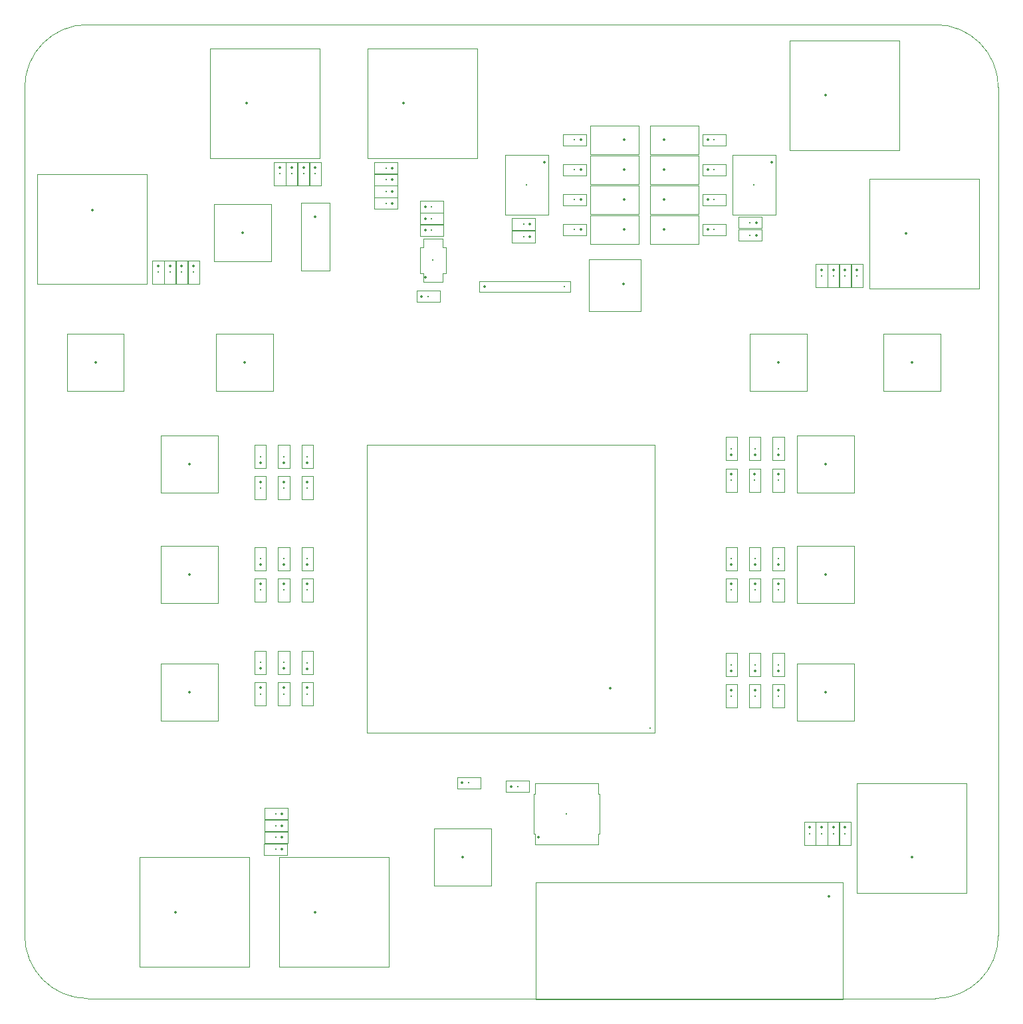
<source format=gbr>
%TF.GenerationSoftware,KiCad,Pcbnew,8.0.5*%
%TF.CreationDate,2024-11-19T12:56:19-05:00*%
%TF.ProjectId,huxley-rounded,6875786c-6579-42d7-926f-756e6465642e,rev?*%
%TF.SameCoordinates,Original*%
%TF.FileFunction,Component,L1,Top*%
%TF.FilePolarity,Positive*%
%FSLAX46Y46*%
G04 Gerber Fmt 4.6, Leading zero omitted, Abs format (unit mm)*
G04 Created by KiCad (PCBNEW 8.0.5) date 2024-11-19 12:56:19*
%MOMM*%
%LPD*%
G01*
G04 APERTURE LIST*
%TA.AperFunction,ComponentMain*%
%ADD10C,0.300000*%
%TD*%
%TA.AperFunction,ComponentOutline,Courtyard*%
%ADD11C,0.100000*%
%TD*%
%TA.AperFunction,ComponentPin*%
%ADD12P,0.360000X4X0.000000*%
%TD*%
%TA.AperFunction,ComponentPin*%
%ADD13C,0.100000*%
%TD*%
%TA.AperFunction,ComponentOutline,Footprint*%
%ADD14C,0.100000*%
%TD*%
%TA.AperFunction,Profile*%
%ADD15C,0.100000*%
%TD*%
G04 APERTURE END LIST*
D10*
%TO.C,R12*%
%TO.CFtp,R_0603_1608Metric_Vishay_WBT*%
%TO.CVal,50*%
%TO.CLbN,0_726_footprints*%
%TO.CMnt,SMD*%
%TO.CRot,-90*%
X73000000Y-130225000D03*
D11*
X73729999Y-128745001D02*
X73729999Y-131704999D01*
X72270001Y-131704999D01*
X72270001Y-128745001D01*
X73729999Y-128745001D01*
D12*
%TO.P,R12,1*%
X73000000Y-129450300D03*
D13*
%TO.P,R12,2*%
X73000000Y-130999700D03*
%TD*%
D10*
%TO.C,R11*%
%TO.CFtp,R_0603_1608Metric_Vishay_WBT*%
%TO.CVal,50*%
%TO.CLbN,0_726_footprints*%
%TO.CMnt,SMD*%
%TO.CRot,90*%
X73000000Y-113000000D03*
D11*
X73729999Y-111520001D02*
X73729999Y-114479999D01*
X72270001Y-114479999D01*
X72270001Y-111520001D01*
X73729999Y-111520001D01*
D12*
%TO.P,R11,1*%
X73000000Y-113774700D03*
D13*
%TO.P,R11,2*%
X73000000Y-112225300D03*
%TD*%
D10*
%TO.C,R10*%
%TO.CFtp,R_0603_1608Metric_Vishay_WBT*%
%TO.CVal,50*%
%TO.CLbN,0_726_footprints*%
%TO.CMnt,SMD*%
%TO.CRot,90*%
X73000000Y-126225000D03*
D11*
X73729999Y-124745001D02*
X73729999Y-127704999D01*
X72270001Y-127704999D01*
X72270001Y-124745001D01*
X73729999Y-124745001D01*
D12*
%TO.P,R10,1*%
X73000000Y-126999700D03*
D13*
%TO.P,R10,2*%
X73000000Y-125450300D03*
%TD*%
D10*
%TO.C,R9*%
%TO.CFtp,R_0603_1608Metric_Vishay_WBT*%
%TO.CVal,50*%
%TO.CLbN,0_726_footprints*%
%TO.CMnt,SMD*%
%TO.CRot,-90*%
X73000000Y-117000000D03*
D11*
X73729999Y-115520001D02*
X73729999Y-118479999D01*
X72270001Y-118479999D01*
X72270001Y-115520001D01*
X73729999Y-115520001D01*
D12*
%TO.P,R9,1*%
X73000000Y-116225300D03*
D13*
%TO.P,R9,2*%
X73000000Y-117774700D03*
%TD*%
D10*
%TO.C,R8*%
%TO.CFtp,R_0603_1608Metric_Vishay_WBT*%
%TO.CVal,50*%
%TO.CLbN,0_726_footprints*%
%TO.CMnt,SMD*%
%TO.CRot,-90*%
X73000000Y-104000000D03*
D11*
X73729999Y-102520001D02*
X73729999Y-105479999D01*
X72270001Y-105479999D01*
X72270001Y-102520001D01*
X73729999Y-102520001D01*
D12*
%TO.P,R8,1*%
X73000000Y-103225300D03*
D13*
%TO.P,R8,2*%
X73000000Y-104774700D03*
%TD*%
D10*
%TO.C,R7*%
%TO.CFtp,R_0603_1608Metric_Vishay_WBT*%
%TO.CVal,50*%
%TO.CLbN,0_726_footprints*%
%TO.CMnt,SMD*%
%TO.CRot,90*%
X139000000Y-99000000D03*
D11*
X139729999Y-97520001D02*
X139729999Y-100479999D01*
X138270001Y-100479999D01*
X138270001Y-97520001D01*
X139729999Y-97520001D01*
D12*
%TO.P,R7,1*%
X139000000Y-99774700D03*
D13*
%TO.P,R7,2*%
X139000000Y-98225300D03*
%TD*%
D10*
%TO.C,R6*%
%TO.CFtp,R_0603_1608Metric_Vishay_WBT*%
%TO.CVal,50*%
%TO.CLbN,0_726_footprints*%
%TO.CMnt,SMD*%
%TO.CRot,90*%
X73000000Y-100000000D03*
D11*
X73729999Y-98520001D02*
X73729999Y-101479999D01*
X72270001Y-101479999D01*
X72270001Y-98520001D01*
X73729999Y-98520001D01*
D12*
%TO.P,R6,1*%
X73000000Y-100774700D03*
D13*
%TO.P,R6,2*%
X73000000Y-99225300D03*
%TD*%
D10*
%TO.C,R5*%
%TO.CFtp,R_0603_1608Metric_Vishay_WBT*%
%TO.CVal,50*%
%TO.CLbN,0_726_footprints*%
%TO.CMnt,SMD*%
%TO.CRot,-90*%
X139000000Y-103000000D03*
D11*
X139729999Y-101520001D02*
X139729999Y-104479999D01*
X138270001Y-104479999D01*
X138270001Y-101520001D01*
X139729999Y-101520001D01*
D12*
%TO.P,R5,1*%
X139000000Y-102225300D03*
D13*
%TO.P,R5,2*%
X139000000Y-103774700D03*
%TD*%
D10*
%TO.C,R4*%
%TO.CFtp,R_0603_1608Metric_Vishay_WBT*%
%TO.CVal,50*%
%TO.CLbN,0_726_footprints*%
%TO.CMnt,SMD*%
%TO.CRot,90*%
X139000000Y-113000000D03*
D11*
X139729999Y-111520001D02*
X139729999Y-114479999D01*
X138270001Y-114479999D01*
X138270001Y-111520001D01*
X139729999Y-111520001D01*
D12*
%TO.P,R4,1*%
X139000000Y-113774700D03*
D13*
%TO.P,R4,2*%
X139000000Y-112225300D03*
%TD*%
D10*
%TO.C,R3*%
%TO.CFtp,R_0603_1608Metric_Vishay_WBT*%
%TO.CVal,50*%
%TO.CLbN,0_726_footprints*%
%TO.CMnt,SMD*%
%TO.CRot,-90*%
X139000000Y-117000000D03*
D11*
X139729999Y-115520001D02*
X139729999Y-118479999D01*
X138270001Y-118479999D01*
X138270001Y-115520001D01*
X139729999Y-115520001D01*
D12*
%TO.P,R3,1*%
X139000000Y-116225300D03*
D13*
%TO.P,R3,2*%
X139000000Y-117774700D03*
%TD*%
D10*
%TO.C,R2*%
%TO.CFtp,R_0603_1608Metric_Vishay_WBT*%
%TO.CVal,50*%
%TO.CLbN,0_726_footprints*%
%TO.CMnt,SMD*%
%TO.CRot,90*%
X139000000Y-126500000D03*
D11*
X139729999Y-125020001D02*
X139729999Y-127979999D01*
X138270001Y-127979999D01*
X138270001Y-125020001D01*
X139729999Y-125020001D01*
D12*
%TO.P,R2,1*%
X139000000Y-127274700D03*
D13*
%TO.P,R2,2*%
X139000000Y-125725300D03*
%TD*%
D10*
%TO.C,R1*%
%TO.CFtp,R_0603_1608Metric_Vishay_WBT*%
%TO.CVal,50*%
%TO.CLbN,0_726_footprints*%
%TO.CMnt,SMD*%
%TO.CRot,-90*%
X139000000Y-130500000D03*
D11*
X139729999Y-129020001D02*
X139729999Y-131979999D01*
X138270001Y-131979999D01*
X138270001Y-129020001D01*
X139729999Y-129020001D01*
D12*
%TO.P,R1,1*%
X139000000Y-129725300D03*
D13*
%TO.P,R1,2*%
X139000000Y-131274700D03*
%TD*%
D10*
%TO.C,U3*%
%TO.CFtp,MAX40201FAUA+*%
%TO.CVal,MAX40201FAUA+*%
%TO.CLbN,0_726_footprints*%
%TO.CMnt,SMD*%
%TO.CRot,90*%
X95000000Y-75000000D03*
D11*
X96254759Y-72231401D02*
X96254759Y-73349001D01*
X96650999Y-73349001D01*
X96650999Y-76650999D01*
X96254759Y-76650999D01*
X96254759Y-77768599D01*
X93745241Y-77768599D01*
X93745241Y-76650999D01*
X93349001Y-76650999D01*
X93349001Y-73349001D01*
X93745241Y-73349001D01*
X93745241Y-72231401D01*
X96254759Y-72231401D01*
D12*
%TO.P,U3,1,RS1+*%
X94024640Y-77133600D03*
D13*
%TO.P,U3,2,RS1-*%
X94674880Y-77133600D03*
%TO.P,U3,3,RS2+*%
X95325120Y-77133600D03*
%TO.P,U3,4,RS2-*%
X95975360Y-77133600D03*
%TO.P,U3,5,GND*%
X95975360Y-72866400D03*
%TO.P,U3,6,OUT2*%
X95325120Y-72866400D03*
%TO.P,U3,7,OUT1*%
X94674880Y-72866400D03*
%TO.P,U3,8,VDD*%
X94024640Y-72866400D03*
%TD*%
D10*
%TO.C,J19*%
%TO.CFtp,CONN_RF2-04A-T-00-50-G_ADM*%
%TO.CVal,SMA_RF2-04A-T-00-50-G*%
%TO.CLbN,0_726_footprints*%
%TO.CMnt,TH*%
%TO.CRot,0*%
X71000000Y-88000000D03*
D11*
X74632199Y-84367801D02*
X74632199Y-91632199D01*
X67367801Y-91632199D01*
X67367801Y-84367801D01*
X74632199Y-84367801D01*
D12*
%TO.P,J19,1*%
X71000000Y-88000000D03*
D13*
%TO.P,J19,2*%
X68447300Y-85447300D03*
%TO.P,J19,3,Ext*%
X68447300Y-90552700D03*
%TO.P,J19,4,Ext*%
X73552700Y-90552700D03*
%TO.P,J19,5,Ext*%
X73552700Y-85447300D03*
%TD*%
D10*
%TO.C,J5*%
%TO.CFtp,CONN_RF2-04A-T-00-50-G_ADM*%
%TO.CVal,SMA_RF2-04A-T-00-50-G*%
%TO.CLbN,0_726_footprints*%
%TO.CMnt,TH*%
%TO.CRot,0*%
X98750000Y-151000000D03*
D11*
X102382199Y-147367801D02*
X102382199Y-154632199D01*
X95117801Y-154632199D01*
X95117801Y-147367801D01*
X102382199Y-147367801D01*
D12*
%TO.P,J5,1*%
X98750000Y-151000000D03*
D13*
%TO.P,J5,2*%
X96197300Y-148447300D03*
%TO.P,J5,3,Ext*%
X96197300Y-153552700D03*
%TO.P,J5,4,Ext*%
X101302700Y-153552700D03*
%TO.P,J5,5,Ext*%
X101302700Y-148447300D03*
%TD*%
D10*
%TO.C,J13*%
%TO.CFtp,CONN_RF2-04A-T-00-50-G_ADM*%
%TO.CVal,SMA_RF2-04A-T-00-50-G*%
%TO.CLbN,0_726_footprints*%
%TO.CMnt,TH*%
%TO.CRot,0*%
X64000000Y-115000000D03*
D11*
X67632199Y-111367801D02*
X67632199Y-118632199D01*
X60367801Y-118632199D01*
X60367801Y-111367801D01*
X67632199Y-111367801D01*
D12*
%TO.P,J13,1*%
X64000000Y-115000000D03*
D13*
%TO.P,J13,2*%
X61447300Y-112447300D03*
%TO.P,J13,3,Ext*%
X61447300Y-117552700D03*
%TO.P,J13,4,Ext*%
X66552700Y-117552700D03*
%TO.P,J13,5,Ext*%
X66552700Y-112447300D03*
%TD*%
D10*
%TO.C,J11*%
%TO.CFtp,CONN_RF2-04A-T-00-50-G_ADM*%
%TO.CVal,SMA_RF2-04A-T-00-50-G*%
%TO.CLbN,0_726_footprints*%
%TO.CMnt,TH*%
%TO.CRot,0*%
X64000000Y-101000000D03*
D11*
X67632199Y-97367801D02*
X67632199Y-104632199D01*
X60367801Y-104632199D01*
X60367801Y-97367801D01*
X67632199Y-97367801D01*
D12*
%TO.P,J11,1*%
X64000000Y-101000000D03*
D13*
%TO.P,J11,2*%
X61447300Y-98447300D03*
%TO.P,J11,3,Ext*%
X61447300Y-103552700D03*
%TO.P,J11,4,Ext*%
X66552700Y-103552700D03*
%TO.P,J11,5,Ext*%
X66552700Y-98447300D03*
%TD*%
D10*
%TO.C,J17*%
%TO.CFtp,CONN_RF2-04A-T-00-50-G_ADM*%
%TO.CVal,SMA_RF2-04A-T-00-50-G*%
%TO.CLbN,0_726_footprints*%
%TO.CMnt,TH*%
%TO.CRot,0*%
X139000000Y-88000000D03*
D11*
X142632199Y-84367801D02*
X142632199Y-91632199D01*
X135367801Y-91632199D01*
X135367801Y-84367801D01*
X142632199Y-84367801D01*
D12*
%TO.P,J17,1*%
X139000000Y-88000000D03*
D13*
%TO.P,J17,2*%
X136447300Y-85447300D03*
%TO.P,J17,3,Ext*%
X136447300Y-90552700D03*
%TO.P,J17,4,Ext*%
X141552700Y-90552700D03*
%TO.P,J17,5,Ext*%
X141552700Y-85447300D03*
%TD*%
D10*
%TO.C,J18*%
%TO.CFtp,CONN_RF2-04A-T-00-50-G_ADM*%
%TO.CVal,SMA_RF2-04A-T-00-50-G*%
%TO.CLbN,0_726_footprints*%
%TO.CMnt,TH*%
%TO.CRot,0*%
X156000000Y-88000000D03*
D11*
X159632199Y-84367801D02*
X159632199Y-91632199D01*
X152367801Y-91632199D01*
X152367801Y-84367801D01*
X159632199Y-84367801D01*
D12*
%TO.P,J18,1*%
X156000000Y-88000000D03*
D13*
%TO.P,J18,2*%
X153447300Y-85447300D03*
%TO.P,J18,3,Ext*%
X153447300Y-90552700D03*
%TO.P,J18,4,Ext*%
X158552700Y-90552700D03*
%TO.P,J18,5,Ext*%
X158552700Y-85447300D03*
%TD*%
D10*
%TO.C,J15*%
%TO.CFtp,CONN_RF2-04A-T-00-50-G_ADM*%
%TO.CVal,SMA_RF2-04A-T-00-50-G*%
%TO.CLbN,0_726_footprints*%
%TO.CMnt,TH*%
%TO.CRot,0*%
X64000000Y-130000000D03*
D11*
X67632199Y-126367801D02*
X67632199Y-133632199D01*
X60367801Y-133632199D01*
X60367801Y-126367801D01*
X67632199Y-126367801D01*
D12*
%TO.P,J15,1*%
X64000000Y-130000000D03*
D13*
%TO.P,J15,2*%
X61447300Y-127447300D03*
%TO.P,J15,3,Ext*%
X61447300Y-132552700D03*
%TO.P,J15,4,Ext*%
X66552700Y-132552700D03*
%TO.P,J15,5,Ext*%
X66552700Y-127447300D03*
%TD*%
D10*
%TO.C,J4*%
%TO.CFtp,CONN_RF2-04A-T-00-50-G_ADM*%
%TO.CVal,SMA_RF2-04A-T-00-50-G*%
%TO.CLbN,0_726_footprints*%
%TO.CMnt,TH*%
%TO.CRot,0*%
X145000000Y-130000000D03*
D11*
X148632199Y-126367801D02*
X148632199Y-133632199D01*
X141367801Y-133632199D01*
X141367801Y-126367801D01*
X148632199Y-126367801D01*
D12*
%TO.P,J4,1*%
X145000000Y-130000000D03*
D13*
%TO.P,J4,2*%
X142447300Y-127447300D03*
%TO.P,J4,3,Ext*%
X142447300Y-132552700D03*
%TO.P,J4,4,Ext*%
X147552700Y-132552700D03*
%TO.P,J4,5,Ext*%
X147552700Y-127447300D03*
%TD*%
D10*
%TO.C,J7*%
%TO.CFtp,CONN_RF2-04A-T-00-50-G_ADM*%
%TO.CVal,SMA_RF2-04A-T-00-50-G*%
%TO.CLbN,0_726_footprints*%
%TO.CMnt,TH*%
%TO.CRot,0*%
X145000000Y-115000000D03*
D11*
X148632199Y-111367801D02*
X148632199Y-118632199D01*
X141367801Y-118632199D01*
X141367801Y-111367801D01*
X148632199Y-111367801D01*
D12*
%TO.P,J7,1*%
X145000000Y-115000000D03*
D13*
%TO.P,J7,2*%
X142447300Y-112447300D03*
%TO.P,J7,3,Ext*%
X142447300Y-117552700D03*
%TO.P,J7,4,Ext*%
X147552700Y-117552700D03*
%TO.P,J7,5,Ext*%
X147552700Y-112447300D03*
%TD*%
D10*
%TO.C,J22*%
%TO.CFtp,CONN_RF2-04A-T-00-50-G_ADM*%
%TO.CVal,SMA_RF2-04A-T-00-50-G*%
%TO.CLbN,0_726_footprints*%
%TO.CMnt,TH*%
%TO.CRot,0*%
X70750000Y-71500000D03*
D11*
X74382199Y-67867801D02*
X74382199Y-75132199D01*
X67117801Y-75132199D01*
X67117801Y-67867801D01*
X74382199Y-67867801D01*
D12*
%TO.P,J22,1*%
X70750000Y-71500000D03*
D13*
%TO.P,J22,2*%
X68197300Y-68947300D03*
%TO.P,J22,3,Ext*%
X68197300Y-74052700D03*
%TO.P,J22,4,Ext*%
X73302700Y-74052700D03*
%TO.P,J22,5,Ext*%
X73302700Y-68947300D03*
%TD*%
D10*
%TO.C,J20*%
%TO.CFtp,CONN_RF2-04A-T-00-50-G_ADM*%
%TO.CVal,SMA_RF2-04A-T-00-50-G*%
%TO.CLbN,0_726_footprints*%
%TO.CMnt,TH*%
%TO.CRot,0*%
X52000000Y-88000000D03*
D11*
X55632199Y-84367801D02*
X55632199Y-91632199D01*
X48367801Y-91632199D01*
X48367801Y-84367801D01*
X55632199Y-84367801D01*
D12*
%TO.P,J20,1*%
X52000000Y-88000000D03*
D13*
%TO.P,J20,2*%
X49447300Y-85447300D03*
%TO.P,J20,3,Ext*%
X49447300Y-90552700D03*
%TO.P,J20,4,Ext*%
X54552700Y-90552700D03*
%TO.P,J20,5,Ext*%
X54552700Y-85447300D03*
%TD*%
D10*
%TO.C,J9*%
%TO.CFtp,CONN_RF2-04A-T-00-50-G_ADM*%
%TO.CVal,SMA_RF2-04A-T-00-50-G*%
%TO.CLbN,0_726_footprints*%
%TO.CMnt,TH*%
%TO.CRot,0*%
X145000000Y-101000000D03*
D11*
X148632199Y-97367801D02*
X148632199Y-104632199D01*
X141367801Y-104632199D01*
X141367801Y-97367801D01*
X148632199Y-97367801D01*
D12*
%TO.P,J9,1*%
X145000000Y-101000000D03*
D13*
%TO.P,J9,2*%
X142447300Y-98447300D03*
%TO.P,J9,3,Ext*%
X142447300Y-103552700D03*
%TO.P,J9,4,Ext*%
X147552700Y-103552700D03*
%TO.P,J9,5,Ext*%
X147552700Y-98447300D03*
%TD*%
D10*
%TO.C,C69*%
%TO.CFtp,C_0603_1608Metric*%
%TO.CVal,x*%
%TO.CLbN,Capacitor_SMD*%
%TO.CMnt,SMD*%
%TO.CRot,90*%
X133000000Y-99000000D03*
D11*
X133729999Y-97520001D02*
X133729999Y-100479999D01*
X132270001Y-100479999D01*
X132270001Y-97520001D01*
X133729999Y-97520001D01*
D12*
%TO.P,C69,1*%
X133000000Y-99775000D03*
D13*
%TO.P,C69,2*%
X133000000Y-98225000D03*
%TD*%
D10*
%TO.C,C16*%
%TO.CFtp,C_0603_1608Metric*%
%TO.CVal,0.1u*%
%TO.CLbN,Capacitor_SMD*%
%TO.CMnt,SMD*%
%TO.CRot,180*%
X106534000Y-70405000D03*
D11*
X108013999Y-69675001D02*
X108013999Y-71134999D01*
X105054001Y-71134999D01*
X105054001Y-69675001D01*
X108013999Y-69675001D01*
D12*
%TO.P,C16,1*%
X107309000Y-70405000D03*
D13*
%TO.P,C16,2*%
X105759000Y-70405000D03*
%TD*%
D10*
%TO.C,R20*%
%TO.CFtp,R_0603_1608Metric*%
%TO.CVal,898k*%
%TO.CLbN,Resistor_SMD*%
%TO.CMnt,SMD*%
%TO.CRot,0*%
X130810000Y-67310000D03*
D11*
X132289999Y-66580001D02*
X132289999Y-68039999D01*
X129330001Y-68039999D01*
X129330001Y-66580001D01*
X132289999Y-66580001D01*
D12*
%TO.P,R20,1*%
X129985000Y-67310000D03*
D13*
%TO.P,R20,2*%
X131635000Y-67310000D03*
%TD*%
D10*
%TO.C,C37*%
%TO.CFtp,C_0603_1608Metric*%
%TO.CVal,0.1u*%
%TO.CLbN,Capacitor_SMD*%
%TO.CMnt,SMD*%
%TO.CRot,-90*%
X144500000Y-77000000D03*
D11*
X145229999Y-75520001D02*
X145229999Y-78479999D01*
X143770001Y-78479999D01*
X143770001Y-75520001D01*
X145229999Y-75520001D01*
D12*
%TO.P,C37,1*%
X144500000Y-76225000D03*
D13*
%TO.P,C37,2*%
X144500000Y-77775000D03*
%TD*%
D10*
%TO.C,C21*%
%TO.CFtp,C_0603_1608Metric*%
%TO.CVal,1u*%
%TO.CLbN,Capacitor_SMD*%
%TO.CMnt,SMD*%
%TO.CRot,180*%
X75000000Y-147000000D03*
D11*
X76479999Y-146270001D02*
X76479999Y-147729999D01*
X73520001Y-147729999D01*
X73520001Y-146270001D01*
X76479999Y-146270001D01*
D12*
%TO.P,C21,1*%
X75775000Y-147000000D03*
D13*
%TO.P,C21,2*%
X74225000Y-147000000D03*
%TD*%
D10*
%TO.C,C64*%
%TO.CFtp,C_0603_1608Metric*%
%TO.CVal,x*%
%TO.CLbN,Capacitor_SMD*%
%TO.CMnt,SMD*%
%TO.CRot,90*%
X133000000Y-126500000D03*
D11*
X133729999Y-125020001D02*
X133729999Y-127979999D01*
X132270001Y-127979999D01*
X132270001Y-125020001D01*
X133729999Y-125020001D01*
D12*
%TO.P,C64,1*%
X133000000Y-127275000D03*
D13*
%TO.P,C64,2*%
X133000000Y-125725000D03*
%TD*%
D10*
%TO.C,D1*%
%TO.CFtp,DIO_1N457*%
%TO.CVal,1N457*%
%TO.CLbN,0_726_footprints*%
%TO.CMnt,TH*%
%TO.CRot,0*%
X111760000Y-78359000D03*
D14*
X100901500Y-77660500D02*
X100901500Y-79057500D01*
X112458500Y-79057500D01*
X112458500Y-77660500D01*
X100901500Y-77660500D01*
D12*
%TO.P,D1,1,C*%
X101600000Y-78359000D03*
D13*
%TO.P,D1,2,A*%
X111760000Y-78359000D03*
%TD*%
D10*
%TO.C,C17*%
%TO.CFtp,C_0603_1608Metric*%
%TO.CVal,0.1u*%
%TO.CLbN,Capacitor_SMD*%
%TO.CMnt,SMD*%
%TO.CRot,180*%
X106534000Y-72005000D03*
D11*
X108013999Y-71275001D02*
X108013999Y-72734999D01*
X105054001Y-72734999D01*
X105054001Y-71275001D01*
X108013999Y-71275001D01*
D12*
%TO.P,C17,1*%
X107309000Y-72005000D03*
D13*
%TO.P,C17,2*%
X105759000Y-72005000D03*
%TD*%
D10*
%TO.C,C41*%
%TO.CFtp,C_0603_1608Metric*%
%TO.CVal,1u*%
%TO.CLbN,Capacitor_SMD*%
%TO.CMnt,SMD*%
%TO.CRot,-90*%
X77000000Y-64000000D03*
D11*
X77729999Y-62520001D02*
X77729999Y-65479999D01*
X76270001Y-65479999D01*
X76270001Y-62520001D01*
X77729999Y-62520001D01*
D12*
%TO.P,C41,1*%
X77000000Y-63225000D03*
D13*
%TO.P,C41,2*%
X77000000Y-64775000D03*
%TD*%
D10*
%TO.C,J24*%
%TO.CFtp,banana_plug_CT3151V1-0*%
%TO.CVal,CT3151V1-2*%
%TO.CLbN,0_726_footprints*%
%TO.CMnt,TH*%
%TO.CRot,0*%
X71224800Y-55000000D03*
D11*
X80597399Y-48015001D02*
X80597399Y-61984999D01*
X66627401Y-61984999D01*
X66627401Y-48015001D01*
X80597399Y-48015001D01*
D12*
%TO.P,J24,1,1*%
X71224800Y-55000000D03*
D13*
%TO.P,J24,2,2*%
X76000000Y-55000000D03*
%TO.P,J24,3,3*%
X73612400Y-52612400D03*
%TO.P,J24,4,4*%
X73612400Y-57387600D03*
%TD*%
D10*
%TO.C,C29*%
%TO.CFtp,C_0603_1608Metric*%
%TO.CVal,1u*%
%TO.CLbN,Capacitor_SMD*%
%TO.CMnt,SMD*%
%TO.CRot,180*%
X89000000Y-64750000D03*
D11*
X90479999Y-64020001D02*
X90479999Y-65479999D01*
X87520001Y-65479999D01*
X87520001Y-64020001D01*
X90479999Y-64020001D01*
D12*
%TO.P,C29,1*%
X89775000Y-64750000D03*
D13*
%TO.P,C29,2*%
X88225000Y-64750000D03*
%TD*%
D10*
%TO.C,R22*%
%TO.CFtp,R_0603_1608Metric*%
%TO.CVal,10k*%
%TO.CLbN,Resistor_SMD*%
%TO.CMnt,SMD*%
%TO.CRot,0*%
X105800000Y-142000000D03*
D11*
X107279999Y-141270001D02*
X107279999Y-142729999D01*
X104320001Y-142729999D01*
X104320001Y-141270001D01*
X107279999Y-141270001D01*
D12*
%TO.P,R22,1*%
X104975000Y-142000000D03*
D13*
%TO.P,R22,2*%
X106625000Y-142000000D03*
%TD*%
D10*
%TO.C,C5*%
%TO.CFtp,C_0603_1608Metric*%
%TO.CVal,3.19pF*%
%TO.CLbN,Capacitor_SMD*%
%TO.CMnt,SMD*%
%TO.CRot,-90*%
X135962000Y-103026000D03*
D11*
X136691999Y-101546001D02*
X136691999Y-104505999D01*
X135232001Y-104505999D01*
X135232001Y-101546001D01*
X136691999Y-101546001D01*
D12*
%TO.P,C5,1*%
X135962000Y-102251000D03*
D13*
%TO.P,C5,2*%
X135962000Y-103801000D03*
%TD*%
D10*
%TO.C,C42*%
%TO.CFtp,C_0603_1608Metric*%
%TO.CVal,0.1u*%
%TO.CLbN,Capacitor_SMD*%
%TO.CMnt,SMD*%
%TO.CRot,-90*%
X78500000Y-64000000D03*
D11*
X79229999Y-62520001D02*
X79229999Y-65479999D01*
X77770001Y-65479999D01*
X77770001Y-62520001D01*
X79229999Y-62520001D01*
D12*
%TO.P,C42,1*%
X78500000Y-63225000D03*
D13*
%TO.P,C42,2*%
X78500000Y-64775000D03*
%TD*%
D10*
%TO.C,U6*%
%TO.CFtp,TSSOP24_SOT355-1_NXP*%
%TO.CVal,NVT2010PW_118*%
%TO.CLbN,0_726_footprints*%
%TO.CMnt,SMD*%
%TO.CRot,90*%
X112000000Y-145500000D03*
D11*
X116006799Y-141588401D02*
X116006799Y-142998101D01*
X116203699Y-142998101D01*
X116203699Y-148001899D01*
X116006799Y-148001899D01*
X116006799Y-149411599D01*
X107993201Y-149411599D01*
X107993201Y-148001899D01*
X107796301Y-148001899D01*
X107796301Y-142998101D01*
X107993201Y-142998101D01*
X107993201Y-141588401D01*
X116006799Y-141588401D01*
D12*
%TO.P,U6,1,GND*%
X108425001Y-148452750D03*
D13*
%TO.P,U6,2,VREFA*%
X109075000Y-148452750D03*
%TO.P,U6,3,A1*%
X109724998Y-148452750D03*
%TO.P,U6,4,A2*%
X110374999Y-148452750D03*
%TO.P,U6,5,A3*%
X111024998Y-148452750D03*
%TO.P,U6,6,A4*%
X111674999Y-148452750D03*
%TO.P,U6,7,A5*%
X112324998Y-148452750D03*
%TO.P,U6,8,A6*%
X112974999Y-148452750D03*
%TO.P,U6,9,A7*%
X113624998Y-148452750D03*
%TO.P,U6,10,A8*%
X114274999Y-148452750D03*
%TO.P,U6,11,A9*%
X114924998Y-148452750D03*
%TO.P,U6,12,A10*%
X115574999Y-148452750D03*
%TO.P,U6,13,B10*%
X115574999Y-142547250D03*
%TO.P,U6,14,B9*%
X114925000Y-142547250D03*
%TO.P,U6,15,B8*%
X114274999Y-142547250D03*
%TO.P,U6,16,B7*%
X113625001Y-142547250D03*
%TO.P,U6,17,B6*%
X112974999Y-142547250D03*
%TO.P,U6,18,B5*%
X112325001Y-142547250D03*
%TO.P,U6,19,B4*%
X111675002Y-142547250D03*
%TO.P,U6,20,B3*%
X111025001Y-142547250D03*
%TO.P,U6,21,B2*%
X110375002Y-142547250D03*
%TO.P,U6,22,B1*%
X109725001Y-142547250D03*
%TO.P,U6,23,VREFB*%
X109075002Y-142547250D03*
%TO.P,U6,24,EN*%
X108425001Y-142547250D03*
%TD*%
D10*
%TO.C,C35*%
%TO.CFtp,C_0603_1608Metric*%
%TO.CVal,0.1u*%
%TO.CLbN,Capacitor_SMD*%
%TO.CMnt,SMD*%
%TO.CRot,-90*%
X143000000Y-148000000D03*
D11*
X143729999Y-146520001D02*
X143729999Y-149479999D01*
X142270001Y-149479999D01*
X142270001Y-146520001D01*
X143729999Y-146520001D01*
D12*
%TO.P,C35,1*%
X143000000Y-147225000D03*
D13*
%TO.P,C35,2*%
X143000000Y-148775000D03*
%TD*%
D10*
%TO.C,C6*%
%TO.CFtp,C_0603_1608Metric*%
%TO.CVal,3.19pF*%
%TO.CLbN,Capacitor_SMD*%
%TO.CMnt,SMD*%
%TO.CRot,90*%
X76000000Y-100000000D03*
D11*
X76729999Y-98520001D02*
X76729999Y-101479999D01*
X75270001Y-101479999D01*
X75270001Y-98520001D01*
X76729999Y-98520001D01*
D12*
%TO.P,C6,1*%
X76000000Y-100775000D03*
D13*
%TO.P,C6,2*%
X76000000Y-99225000D03*
%TD*%
D10*
%TO.C,C66*%
%TO.CFtp,C_0603_1608Metric*%
%TO.CVal,x*%
%TO.CLbN,Capacitor_SMD*%
%TO.CMnt,SMD*%
%TO.CRot,-90*%
X133000000Y-117000000D03*
D11*
X133729999Y-115520001D02*
X133729999Y-118479999D01*
X132270001Y-118479999D01*
X132270001Y-115520001D01*
X133729999Y-115520001D01*
D12*
%TO.P,C66,1*%
X133000000Y-116225000D03*
D13*
%TO.P,C66,2*%
X133000000Y-117775000D03*
%TD*%
D10*
%TO.C,C32*%
%TO.CFtp,C_0603_1608Metric*%
%TO.CVal,10u*%
%TO.CLbN,Capacitor_SMD*%
%TO.CMnt,SMD*%
%TO.CRot,-90*%
X147500000Y-148000000D03*
D11*
X148229999Y-146520001D02*
X148229999Y-149479999D01*
X146770001Y-149479999D01*
X146770001Y-146520001D01*
X148229999Y-146520001D01*
D12*
%TO.P,C32,1*%
X147500000Y-147225000D03*
D13*
%TO.P,C32,2*%
X147500000Y-148775000D03*
%TD*%
D10*
%TO.C,C4*%
%TO.CFtp,C_0603_1608Metric*%
%TO.CVal,3.19pF*%
%TO.CLbN,Capacitor_SMD*%
%TO.CMnt,SMD*%
%TO.CRot,90*%
X136000000Y-113000000D03*
D11*
X136729999Y-111520001D02*
X136729999Y-114479999D01*
X135270001Y-114479999D01*
X135270001Y-111520001D01*
X136729999Y-111520001D01*
D12*
%TO.P,C4,1*%
X136000000Y-113775000D03*
D13*
%TO.P,C4,2*%
X136000000Y-112225000D03*
%TD*%
D10*
%TO.C,C67*%
%TO.CFtp,C_0603_1608Metric*%
%TO.CVal,x*%
%TO.CLbN,Capacitor_SMD*%
%TO.CMnt,SMD*%
%TO.CRot,90*%
X133000000Y-113000000D03*
D11*
X133729999Y-111520001D02*
X133729999Y-114479999D01*
X132270001Y-114479999D01*
X132270001Y-111520001D01*
X133729999Y-111520001D01*
D12*
%TO.P,C67,1*%
X133000000Y-113775000D03*
D13*
%TO.P,C67,2*%
X133000000Y-112225000D03*
%TD*%
D10*
%TO.C,C18*%
%TO.CFtp,C_0603_1608Metric*%
%TO.CVal,0.1u*%
%TO.CLbN,Capacitor_SMD*%
%TO.CMnt,SMD*%
%TO.CRot,180*%
X135390000Y-71805000D03*
D11*
X136869999Y-71075001D02*
X136869999Y-72534999D01*
X133910001Y-72534999D01*
X133910001Y-71075001D01*
X136869999Y-71075001D01*
D12*
%TO.P,C18,1*%
X136165000Y-71805000D03*
D13*
%TO.P,C18,2*%
X134615000Y-71805000D03*
%TD*%
D10*
%TO.C,J39*%
%TO.CFtp,banana_plug_CT3151V1-0*%
%TO.CVal,CT3151V1-2*%
%TO.CLbN,0_726_footprints*%
%TO.CMnt,TH*%
%TO.CRot,0*%
X155224800Y-71612400D03*
D11*
X164597399Y-64627401D02*
X164597399Y-78597399D01*
X150627401Y-78597399D01*
X150627401Y-64627401D01*
X164597399Y-64627401D01*
D12*
%TO.P,J39,1,1*%
X155224800Y-71612400D03*
D13*
%TO.P,J39,2,2*%
X160000000Y-71612400D03*
%TO.P,J39,3,3*%
X157612400Y-69224800D03*
%TO.P,J39,4,4*%
X157612400Y-74000000D03*
%TD*%
D10*
%TO.C,J34*%
%TO.CFtp,banana_plug_CT3151V1-0*%
%TO.CVal,CT3151V1-0*%
%TO.CLbN,0_726_footprints*%
%TO.CMnt,TH*%
%TO.CRot,0*%
X145000000Y-54000000D03*
D11*
X154372599Y-47015001D02*
X154372599Y-60984999D01*
X140402601Y-60984999D01*
X140402601Y-47015001D01*
X154372599Y-47015001D01*
D12*
%TO.P,J34,1,1*%
X145000000Y-54000000D03*
D13*
%TO.P,J34,2,2*%
X149775200Y-54000000D03*
%TO.P,J34,3,3*%
X147387600Y-51612400D03*
%TO.P,J34,4,4*%
X147387600Y-56387600D03*
%TD*%
D10*
%TO.C,J6*%
%TO.CFtp,PinHeader_2x15_P2.54mm_Horizontal*%
%TO.CVal,~*%
%TO.CLbN,Connector_PinHeader_2.54mm*%
%TO.CMnt,TH*%
%TO.CRot,-90*%
X145400000Y-156000000D03*
D11*
X147199999Y-154200001D02*
X147199999Y-169099999D01*
X108050001Y-169099999D01*
X108050001Y-154200001D01*
X147199999Y-154200001D01*
D12*
%TO.P,J6,1,Scope_Ch1+*%
X145400000Y-156000000D03*
D13*
%TO.P,J6,2,Scope_Ch1-*%
X145400000Y-158540000D03*
%TO.P,J6,3,Scope_Ch2+*%
X142860000Y-156000000D03*
%TO.P,J6,4,Scope_Ch2-*%
X142860000Y-158540000D03*
%TO.P,J6,5,GND*%
X140320000Y-156000000D03*
%TO.P,J6,6,GND*%
X140320000Y-158540000D03*
%TO.P,J6,7,V+Power*%
X137780000Y-156000000D03*
%TO.P,J6,8,V-Power*%
X137780000Y-158540000D03*
%TO.P,J6,9,WaveformGen1*%
X135240000Y-156000000D03*
%TO.P,J6,10,WaveformGen2*%
X135240000Y-158540000D03*
%TO.P,J6,11,GND*%
X132700000Y-156000000D03*
%TO.P,J6,12,GND*%
X132700000Y-158540000D03*
%TO.P,J6,13,Trigger1*%
X130160000Y-156000000D03*
%TO.P,J6,14,Trigger2*%
X130160000Y-158540000D03*
%TO.P,J6,15,DIO0*%
X127620000Y-156000000D03*
%TO.P,J6,16,DIO8*%
X127620000Y-158540000D03*
%TO.P,J6,17,DIO1*%
X125080000Y-156000000D03*
%TO.P,J6,18,DIO9*%
X125080000Y-158540000D03*
%TO.P,J6,19,DIO2*%
X122540000Y-156000000D03*
%TO.P,J6,20,DIO10*%
X122540000Y-158540000D03*
%TO.P,J6,21,DIO3*%
X120000000Y-156000000D03*
%TO.P,J6,22,DIO11*%
X120000000Y-158540000D03*
%TO.P,J6,23,DIO4*%
X117460000Y-156000000D03*
%TO.P,J6,24,DIO12*%
X117460000Y-158540000D03*
%TO.P,J6,25,DIO5*%
X114920000Y-156000000D03*
%TO.P,J6,26,DIO13*%
X114920000Y-158540000D03*
%TO.P,J6,27,DIO6*%
X112380000Y-156000000D03*
%TO.P,J6,28,DIO14*%
X112380000Y-158540000D03*
%TO.P,J6,29,DIO7*%
X109840000Y-156000000D03*
%TO.P,J6,30,DIO15*%
X109840000Y-158540000D03*
%TD*%
D10*
%TO.C,J37*%
%TO.CFtp,banana_plug_CT3151V1-0*%
%TO.CVal,CT3151V1-0*%
%TO.CLbN,0_726_footprints*%
%TO.CMnt,TH*%
%TO.CRot,0*%
X62224800Y-158000000D03*
D11*
X71597399Y-151015001D02*
X71597399Y-164984999D01*
X57627401Y-164984999D01*
X57627401Y-151015001D01*
X71597399Y-151015001D01*
D12*
%TO.P,J37,1,1*%
X62224800Y-158000000D03*
D13*
%TO.P,J37,2,2*%
X67000000Y-158000000D03*
%TO.P,J37,3,3*%
X64612400Y-155612400D03*
%TO.P,J37,4,4*%
X64612400Y-160387600D03*
%TD*%
D10*
%TO.C,J27*%
%TO.CFtp,PinHeader_1x02_P2.54mm_Vertical*%
%TO.CVal,61300211121*%
%TO.CLbN,Connector_PinHeader_2.54mm*%
%TO.CMnt,TH*%
%TO.CRot,-90*%
X119380000Y-71120000D03*
D11*
X121179999Y-69320001D02*
X121179999Y-72919999D01*
X115030001Y-72919999D01*
X115030001Y-69320001D01*
X121179999Y-69320001D01*
D12*
%TO.P,J27,1,Pin_1*%
X119380000Y-71120000D03*
D13*
%TO.P,J27,2,Pin_2*%
X116840000Y-71120000D03*
%TD*%
D10*
%TO.C,R16*%
%TO.CFtp,R_0603_1608Metric*%
%TO.CVal,75k*%
%TO.CLbN,Resistor_SMD*%
%TO.CMnt,SMD*%
%TO.CRot,180*%
X113030000Y-63500000D03*
D11*
X114509999Y-62770001D02*
X114509999Y-64229999D01*
X111550001Y-64229999D01*
X111550001Y-62770001D01*
X114509999Y-62770001D01*
D12*
%TO.P,R16,1*%
X113855000Y-63500000D03*
D13*
%TO.P,R16,2*%
X112205000Y-63500000D03*
%TD*%
D10*
%TO.C,U4*%
%TO.CFtp,TSSOP-16_4.4x5mm_P0.65mm*%
%TO.CVal,TMUX1112PWR*%
%TO.CLbN,Package_SO*%
%TO.CMnt,SMD*%
%TO.CRot,-90*%
X106934000Y-65405000D03*
D11*
X109683999Y-61555001D02*
X109683999Y-69254999D01*
X104184001Y-69254999D01*
X104184001Y-61555001D01*
X109683999Y-61555001D01*
D12*
%TO.P,U4,1,SEL1*%
X109209000Y-62542500D03*
D13*
%TO.P,U4,2,D1*%
X108559000Y-62542500D03*
%TO.P,U4,3,S1*%
X107909000Y-62542500D03*
%TO.P,U4,4,NC*%
X107259000Y-62542500D03*
%TO.P,U4,5,GND*%
X106609000Y-62542500D03*
%TO.P,U4,6,S4*%
X105959000Y-62542500D03*
%TO.P,U4,7,D4*%
X105309000Y-62542500D03*
%TO.P,U4,8,SEL4*%
X104659000Y-62542500D03*
%TO.P,U4,9,SEL3*%
X104659000Y-68267500D03*
%TO.P,U4,10,D3*%
X105309000Y-68267500D03*
%TO.P,U4,11,S3*%
X105959000Y-68267500D03*
%TO.P,U4,12,NC*%
X106609000Y-68267500D03*
%TO.P,U4,13,VDD*%
X107259000Y-68267500D03*
%TO.P,U4,14,S2*%
X107909000Y-68267500D03*
%TO.P,U4,15,D2*%
X108559000Y-68267500D03*
%TO.P,U4,16,SEL2*%
X109209000Y-68267500D03*
%TD*%
D10*
%TO.C,C7*%
%TO.CFtp,C_0603_1608Metric*%
%TO.CVal,3.19pF*%
%TO.CLbN,Capacitor_SMD*%
%TO.CMnt,SMD*%
%TO.CRot,90*%
X136000000Y-99000000D03*
D11*
X136729999Y-97520001D02*
X136729999Y-100479999D01*
X135270001Y-100479999D01*
X135270001Y-97520001D01*
X136729999Y-97520001D01*
D12*
%TO.P,C7,1*%
X136000000Y-99775000D03*
D13*
%TO.P,C7,2*%
X136000000Y-98225000D03*
%TD*%
D10*
%TO.C,C33*%
%TO.CFtp,C_0603_1608Metric*%
%TO.CVal,1u*%
%TO.CLbN,Capacitor_SMD*%
%TO.CMnt,SMD*%
%TO.CRot,-90*%
X146000000Y-148000000D03*
D11*
X146729999Y-146520001D02*
X146729999Y-149479999D01*
X145270001Y-149479999D01*
X145270001Y-146520001D01*
X146729999Y-146520001D01*
D12*
%TO.P,C33,1*%
X146000000Y-147225000D03*
D13*
%TO.P,C33,2*%
X146000000Y-148775000D03*
%TD*%
D10*
%TO.C,C15*%
%TO.CFtp,C_0603_1608Metric*%
%TO.CVal,10p*%
%TO.CLbN,Capacitor_SMD*%
%TO.CMnt,SMD*%
%TO.CRot,0*%
X94825000Y-68200000D03*
D11*
X96304999Y-67470001D02*
X96304999Y-68929999D01*
X93345001Y-68929999D01*
X93345001Y-67470001D01*
X96304999Y-67470001D01*
D12*
%TO.P,C15,1*%
X94050000Y-68200000D03*
D13*
%TO.P,C15,2*%
X95600000Y-68200000D03*
%TD*%
D10*
%TO.C,C36*%
%TO.CFtp,C_0603_1608Metric*%
%TO.CVal,10u*%
%TO.CLbN,Capacitor_SMD*%
%TO.CMnt,SMD*%
%TO.CRot,-90*%
X149000000Y-77000000D03*
D11*
X149729999Y-75520001D02*
X149729999Y-78479999D01*
X148270001Y-78479999D01*
X148270001Y-75520001D01*
X149729999Y-75520001D01*
D12*
%TO.P,C36,1*%
X149000000Y-76225000D03*
D13*
%TO.P,C36,2*%
X149000000Y-77775000D03*
%TD*%
D10*
%TO.C,C11*%
%TO.CFtp,C_0603_1608Metric*%
%TO.CVal,3.19pF*%
%TO.CLbN,Capacitor_SMD*%
%TO.CMnt,SMD*%
%TO.CRot,90*%
X76000000Y-113000000D03*
D11*
X76729999Y-111520001D02*
X76729999Y-114479999D01*
X75270001Y-114479999D01*
X75270001Y-111520001D01*
X76729999Y-111520001D01*
D12*
%TO.P,C11,1*%
X76000000Y-113775000D03*
D13*
%TO.P,C11,2*%
X76000000Y-112225000D03*
%TD*%
D10*
%TO.C,U5*%
%TO.CFtp,TSSOP-16_4.4x5mm_P0.65mm*%
%TO.CVal,TMUX1112PWR*%
%TO.CLbN,Package_SO*%
%TO.CMnt,SMD*%
%TO.CRot,-90*%
X135890000Y-65405000D03*
D11*
X138639999Y-61555001D02*
X138639999Y-69254999D01*
X133140001Y-69254999D01*
X133140001Y-61555001D01*
X138639999Y-61555001D01*
D12*
%TO.P,U5,1,SEL1*%
X138165000Y-62542500D03*
D13*
%TO.P,U5,2,D1*%
X137515000Y-62542500D03*
%TO.P,U5,3,S1*%
X136865000Y-62542500D03*
%TO.P,U5,4,NC*%
X136215000Y-62542500D03*
%TO.P,U5,5,GND*%
X135565000Y-62542500D03*
%TO.P,U5,6,S4*%
X134915000Y-62542500D03*
%TO.P,U5,7,D4*%
X134265000Y-62542500D03*
%TO.P,U5,8,SEL4*%
X133615000Y-62542500D03*
%TO.P,U5,9,SEL3*%
X133615000Y-68267500D03*
%TO.P,U5,10,D3*%
X134265000Y-68267500D03*
%TO.P,U5,11,S3*%
X134915000Y-68267500D03*
%TO.P,U5,12,NC*%
X135565000Y-68267500D03*
%TO.P,U5,13,VDD*%
X136215000Y-68267500D03*
%TO.P,U5,14,S2*%
X136865000Y-68267500D03*
%TO.P,U5,15,D2*%
X137515000Y-68267500D03*
%TO.P,U5,16,SEL2*%
X138165000Y-68267500D03*
%TD*%
D10*
%TO.C,J2*%
%TO.CFtp,banana_plug_CT3151V1-0*%
%TO.CVal,CT3151V1-2*%
%TO.CLbN,0_726_footprints*%
%TO.CMnt,TH*%
%TO.CRot,-90*%
X51612400Y-68612400D03*
D11*
X58597399Y-64015001D02*
X58597399Y-77984999D01*
X44627401Y-77984999D01*
X44627401Y-64015001D01*
X58597399Y-64015001D01*
D12*
%TO.P,J2,1,1*%
X51612400Y-68612400D03*
D13*
%TO.P,J2,2,2*%
X51612400Y-73387600D03*
%TO.P,J2,3,3*%
X54000000Y-71000000D03*
%TO.P,J2,4,4*%
X49224800Y-71000000D03*
%TD*%
D10*
%TO.C,U1*%
%TO.CFtp,CPG08462_Full*%
%TO.CVal,~*%
%TO.CLbN,0_726_footprints*%
%TO.CMnt,TH*%
%TO.CRot,0*%
X122682000Y-134620000D03*
D14*
X86550500Y-98488500D02*
X86550500Y-135191500D01*
X123253500Y-135191500D01*
X123253500Y-98488500D01*
X86550500Y-98488500D01*
D12*
%TO.P,U1,A1,VDDPST*%
X117602000Y-129540000D03*
D13*
%TO.P,U1,*%
X87122000Y-99060000D03*
X87122000Y-101600000D03*
X87122000Y-104140000D03*
X87122000Y-106680000D03*
X87122000Y-109220000D03*
X87122000Y-111760000D03*
X87122000Y-114300000D03*
X87122000Y-116840000D03*
X87122000Y-119380000D03*
X87122000Y-121920000D03*
X87122000Y-124460000D03*
X87122000Y-127000000D03*
X87122000Y-129540000D03*
X87122000Y-132080000D03*
X87122000Y-134620000D03*
X89662000Y-99060000D03*
X89662000Y-101600000D03*
X89662000Y-104140000D03*
X89662000Y-106680000D03*
X89662000Y-109220000D03*
X89662000Y-111760000D03*
X89662000Y-114300000D03*
X89662000Y-116840000D03*
X89662000Y-119380000D03*
X89662000Y-121920000D03*
X89662000Y-124460000D03*
X89662000Y-127000000D03*
X89662000Y-129540000D03*
X89662000Y-132080000D03*
X89662000Y-134620000D03*
X92202000Y-99060000D03*
X92202000Y-101600000D03*
X92202000Y-132080000D03*
X92202000Y-134620000D03*
X94742000Y-99060000D03*
X94742000Y-101600000D03*
X94742000Y-132080000D03*
X94742000Y-134620000D03*
X97282000Y-99060000D03*
X97282000Y-101600000D03*
X97282000Y-109220000D03*
X97282000Y-111760000D03*
X97282000Y-121920000D03*
X97282000Y-124460000D03*
X97282000Y-132080000D03*
X97282000Y-134620000D03*
X99822000Y-99060000D03*
X99822000Y-101600000D03*
X99822000Y-109220000D03*
X99822000Y-111760000D03*
X99822000Y-114300000D03*
X99822000Y-116840000D03*
X99822000Y-119380000D03*
X99822000Y-121920000D03*
X99822000Y-124460000D03*
X99822000Y-132080000D03*
X99822000Y-134620000D03*
X102362000Y-99060000D03*
X102362000Y-101600000D03*
X102362000Y-111760000D03*
X102362000Y-114300000D03*
X102362000Y-116840000D03*
X102362000Y-119380000D03*
X102362000Y-121920000D03*
X102362000Y-132080000D03*
X102362000Y-134620000D03*
X104902000Y-99060000D03*
X104902000Y-101600000D03*
X104902000Y-111760000D03*
X104902000Y-114300000D03*
X104902000Y-116840000D03*
X104902000Y-119380000D03*
X104902000Y-121920000D03*
X104902000Y-132080000D03*
X104902000Y-134620000D03*
X107442000Y-99060000D03*
X107442000Y-101600000D03*
X107442000Y-111760000D03*
X107442000Y-114300000D03*
X107442000Y-116840000D03*
X107442000Y-119380000D03*
X107442000Y-121920000D03*
X107442000Y-132080000D03*
X107442000Y-134620000D03*
X109982000Y-99060000D03*
X109982000Y-101600000D03*
X109982000Y-109220000D03*
X109982000Y-111760000D03*
X109982000Y-114300000D03*
X109982000Y-116840000D03*
X109982000Y-119380000D03*
X109982000Y-121920000D03*
X109982000Y-124460000D03*
X109982000Y-132080000D03*
X109982000Y-134620000D03*
X112522000Y-99060000D03*
X112522000Y-101600000D03*
X112522000Y-109220000D03*
X112522000Y-111760000D03*
X112522000Y-121920000D03*
X112522000Y-124460000D03*
X112522000Y-132080000D03*
X112522000Y-134620000D03*
X115062000Y-99060000D03*
X115062000Y-101600000D03*
X115062000Y-132080000D03*
X115062000Y-134620000D03*
X117602000Y-99060000D03*
X117602000Y-101600000D03*
X117602000Y-132080000D03*
X117602000Y-134620000D03*
X120142000Y-99060000D03*
X120142000Y-101600000D03*
X120142000Y-104140000D03*
X120142000Y-106680000D03*
X120142000Y-109220000D03*
X120142000Y-111760000D03*
X120142000Y-114300000D03*
X120142000Y-116840000D03*
X120142000Y-119380000D03*
X120142000Y-121920000D03*
X120142000Y-124460000D03*
X120142000Y-127000000D03*
X120142000Y-129540000D03*
X120142000Y-132080000D03*
X120142000Y-134620000D03*
X122682000Y-99060000D03*
X122682000Y-101600000D03*
X122682000Y-104140000D03*
X122682000Y-106680000D03*
X122682000Y-109220000D03*
X122682000Y-111760000D03*
X122682000Y-114300000D03*
X122682000Y-116840000D03*
X122682000Y-119380000D03*
X122682000Y-121920000D03*
X122682000Y-124460000D03*
X122682000Y-127000000D03*
X122682000Y-129540000D03*
X122682000Y-132080000D03*
X122682000Y-134620000D03*
%TO.P,U1,A2*%
X115062000Y-129540000D03*
%TO.P,U1,A3,SPI_CS_L*%
X112522000Y-129540000D03*
%TO.P,U1,A4,VSS*%
X109982000Y-129540000D03*
%TO.P,U1,A5,VDD*%
X107442000Y-129540000D03*
%TO.P,U1,A6,SPI_COPI*%
X104902000Y-129540000D03*
%TO.P,U1,A7,VDDPST_POC*%
X102362000Y-129540000D03*
%TO.P,U1,A8,CLK*%
X99822000Y-129540000D03*
%TO.P,U1,A9*%
X97282000Y-129540000D03*
%TO.P,U1,A10*%
X94742000Y-129540000D03*
%TO.P,U1,A11,VSS*%
X92202000Y-129540000D03*
%TO.P,U1,B1*%
X117602000Y-127000000D03*
%TO.P,U1,B2*%
X115062000Y-127000000D03*
%TO.P,U1,B3*%
X112522000Y-127000000D03*
%TO.P,U1,B4,SPI_CLK*%
X109982000Y-127000000D03*
%TO.P,U1,B5,SPI_CIPO*%
X107442000Y-127000000D03*
%TO.P,U1,B6*%
X104902000Y-127000000D03*
%TO.P,U1,B7,IO_UCLK*%
X102362000Y-127000000D03*
%TO.P,U1,B8*%
X99822000Y-127000000D03*
%TO.P,U1,B9*%
X97282000Y-127000000D03*
%TO.P,U1,B10*%
X94742000Y-127000000D03*
%TO.P,U1,B11*%
X92202000Y-127000000D03*
%TO.P,U1,C1,RST_L*%
X117602000Y-124460000D03*
%TO.P,U1,C2*%
X115062000Y-124460000D03*
%TO.P,U1,C5*%
X107442000Y-124460000D03*
%TO.P,U1,C6*%
X104902000Y-124460000D03*
%TO.P,U1,C7*%
X102362000Y-124460000D03*
%TO.P,U1,C10*%
X94742000Y-124460000D03*
%TO.P,U1,C11,TSCAN_OUT*%
X92202000Y-124460000D03*
%TO.P,U1,D1,VDD*%
X117602000Y-121920000D03*
%TO.P,U1,D2,SCAN_EN*%
X115062000Y-121920000D03*
%TO.P,U1,D10,TSCAN_EN*%
X94742000Y-121920000D03*
%TO.P,U1,D11,VDD*%
X92202000Y-121920000D03*
%TO.P,U1,E1,output_0-*%
X117602000Y-119380000D03*
%TO.P,U1,E2,output_0+*%
X115062000Y-119380000D03*
%TO.P,U1,E3*%
X112522000Y-119380000D03*
%TO.P,U1,E9*%
X97282000Y-119380000D03*
%TO.P,U1,E10,output_5-*%
X94742000Y-119380000D03*
%TO.P,U1,E11,TAVDD*%
X92202000Y-119380000D03*
%TO.P,U1,F1*%
X117602000Y-116840000D03*
%TO.P,U1,F2*%
X115062000Y-116840000D03*
%TO.P,U1,F3*%
X112522000Y-116840000D03*
%TO.P,U1,F9*%
X97282000Y-116840000D03*
%TO.P,U1,F10,output_4+*%
X94742000Y-116840000D03*
%TO.P,U1,F11,output_5+*%
X92202000Y-116840000D03*
%TO.P,U1,G1,TAVDD*%
X117602000Y-114300000D03*
%TO.P,U1,G2,output_1+*%
X115062000Y-114300000D03*
%TO.P,U1,G3*%
X112522000Y-114300000D03*
%TO.P,U1,G9*%
X97282000Y-114300000D03*
%TO.P,U1,G10,output_3+*%
X94742000Y-114300000D03*
%TO.P,U1,G11,output_4-*%
X92202000Y-114300000D03*
%TO.P,U1,H1,output_1-*%
X117602000Y-111760000D03*
%TO.P,U1,H2,output_2+*%
X115062000Y-111760000D03*
%TO.P,U1,H10*%
X94742000Y-111760000D03*
%TO.P,U1,H11,output_3-*%
X92202000Y-111760000D03*
%TO.P,U1,J1,output_2-*%
X117602000Y-109220000D03*
%TO.P,U1,J2*%
X115062000Y-109220000D03*
%TO.P,U1,J5*%
X107442000Y-109220000D03*
%TO.P,U1,J6*%
X104902000Y-109220000D03*
%TO.P,U1,J7*%
X102362000Y-109220000D03*
%TO.P,U1,J10*%
X94742000Y-109220000D03*
%TO.P,U1,J11*%
X92202000Y-109220000D03*
%TO.P,U1,K1,VSS*%
X117602000Y-106680000D03*
%TO.P,U1,K2*%
X115062000Y-106680000D03*
%TO.P,U1,K3*%
X112522000Y-106680000D03*
%TO.P,U1,K4*%
X109982000Y-106680000D03*
%TO.P,U1,K5,vrbias*%
X107442000Y-106680000D03*
%TO.P,U1,K6,vbias0*%
X104902000Y-106680000D03*
%TO.P,U1,K7*%
X102362000Y-106680000D03*
%TO.P,U1,K8*%
X99822000Y-106680000D03*
%TO.P,U1,K9,vd1_dummy*%
X97282000Y-106680000D03*
%TO.P,U1,K10*%
X94742000Y-106680000D03*
%TO.P,U1,K11*%
X92202000Y-106680000D03*
%TO.P,U1,L1,VSS*%
X117602000Y-104140000D03*
%TO.P,U1,L2*%
X115062000Y-104140000D03*
%TO.P,U1,L3*%
X112522000Y-104140000D03*
%TO.P,U1,L4,vbias2*%
X109982000Y-104140000D03*
%TO.P,U1,L5,vbias1*%
X107442000Y-104140000D03*
%TO.P,U1,L6,vlvl*%
X104902000Y-104140000D03*
%TO.P,U1,L7,VSS*%
X102362000Y-104140000D03*
%TO.P,U1,L8,TAVDD*%
X99822000Y-104140000D03*
%TO.P,U1,L9,iout_dummy*%
X97282000Y-104140000D03*
%TO.P,U1,L10,vlvl_p_dummy*%
X94742000Y-104140000D03*
%TO.P,U1,L11,VSS*%
X92202000Y-104140000D03*
%TD*%
D10*
%TO.C,J30*%
%TO.CFtp,PinHeader_1x02_P2.54mm_Vertical*%
%TO.CVal,61300211121*%
%TO.CLbN,Connector_PinHeader_2.54mm*%
%TO.CMnt,TH*%
%TO.CRot,90*%
X124460000Y-67310000D03*
D11*
X128809999Y-65510001D02*
X128809999Y-69109999D01*
X122660001Y-69109999D01*
X122660001Y-65510001D01*
X128809999Y-65510001D01*
D12*
%TO.P,J30,1,Pin_1*%
X124460000Y-67310000D03*
D13*
%TO.P,J30,2,Pin_2*%
X127000000Y-67310000D03*
%TD*%
D10*
%TO.C,C26*%
%TO.CFtp,C_0603_1608Metric*%
%TO.CVal,0.1u*%
%TO.CLbN,Capacitor_SMD*%
%TO.CMnt,SMD*%
%TO.CRot,-90*%
X63000000Y-76500000D03*
D11*
X63729999Y-75020001D02*
X63729999Y-77979999D01*
X62270001Y-77979999D01*
X62270001Y-75020001D01*
X63729999Y-75020001D01*
D12*
%TO.P,C26,1*%
X63000000Y-75725000D03*
D13*
%TO.P,C26,2*%
X63000000Y-77275000D03*
%TD*%
D10*
%TO.C,J31*%
%TO.CFtp,PinHeader_1x02_P2.54mm_Vertical*%
%TO.CVal,61300211121*%
%TO.CLbN,Connector_PinHeader_2.54mm*%
%TO.CMnt,TH*%
%TO.CRot,90*%
X124460000Y-71120000D03*
D11*
X128809999Y-69320001D02*
X128809999Y-72919999D01*
X122660001Y-72919999D01*
X122660001Y-69320001D01*
X128809999Y-69320001D01*
D12*
%TO.P,J31,1,Pin_1*%
X124460000Y-71120000D03*
D13*
%TO.P,J31,2,Pin_2*%
X127000000Y-71120000D03*
%TD*%
D10*
%TO.C,C75*%
%TO.CFtp,C_0603_1608Metric*%
%TO.CVal,x*%
%TO.CLbN,Capacitor_SMD*%
%TO.CMnt,SMD*%
%TO.CRot,-90*%
X79000000Y-130225000D03*
D11*
X79729999Y-128745001D02*
X79729999Y-131704999D01*
X78270001Y-131704999D01*
X78270001Y-128745001D01*
X79729999Y-128745001D01*
D12*
%TO.P,C75,1*%
X79000000Y-129450000D03*
D13*
%TO.P,C75,2*%
X79000000Y-131000000D03*
%TD*%
D10*
%TO.C,C70*%
%TO.CFtp,C_0603_1608Metric*%
%TO.CVal,x*%
%TO.CLbN,Capacitor_SMD*%
%TO.CMnt,SMD*%
%TO.CRot,90*%
X79000000Y-100000000D03*
D11*
X79729999Y-98520001D02*
X79729999Y-101479999D01*
X78270001Y-101479999D01*
X78270001Y-98520001D01*
X79729999Y-98520001D01*
D12*
%TO.P,C70,1*%
X79000000Y-100775000D03*
D13*
%TO.P,C70,2*%
X79000000Y-99225000D03*
%TD*%
D10*
%TO.C,R21*%
%TO.CFtp,R_0603_1608Metric*%
%TO.CVal,665k*%
%TO.CLbN,Resistor_SMD*%
%TO.CMnt,SMD*%
%TO.CRot,0*%
X130810000Y-71120000D03*
D11*
X132289999Y-70390001D02*
X132289999Y-71849999D01*
X129330001Y-71849999D01*
X129330001Y-70390001D01*
X132289999Y-70390001D01*
D12*
%TO.P,R21,1*%
X129985000Y-71120000D03*
D13*
%TO.P,R21,2*%
X131635000Y-71120000D03*
%TD*%
D10*
%TO.C,C20*%
%TO.CFtp,C_0603_1608Metric*%
%TO.CVal,10u*%
%TO.CLbN,Capacitor_SMD*%
%TO.CMnt,SMD*%
%TO.CRot,180*%
X75000000Y-145490000D03*
D11*
X76479999Y-144760001D02*
X76479999Y-146219999D01*
X73520001Y-146219999D01*
X73520001Y-144760001D01*
X76479999Y-144760001D01*
D12*
%TO.P,C20,1*%
X75775000Y-145490000D03*
D13*
%TO.P,C20,2*%
X74225000Y-145490000D03*
%TD*%
D10*
%TO.C,C19*%
%TO.CFtp,C_0603_1608Metric*%
%TO.CVal,0.1u*%
%TO.CLbN,Capacitor_SMD*%
%TO.CMnt,SMD*%
%TO.CRot,180*%
X135390000Y-70205000D03*
D11*
X136869999Y-69475001D02*
X136869999Y-70934999D01*
X133910001Y-70934999D01*
X133910001Y-69475001D01*
X136869999Y-69475001D01*
D12*
%TO.P,C19,1*%
X136165000Y-70205000D03*
D13*
%TO.P,C19,2*%
X134615000Y-70205000D03*
%TD*%
D10*
%TO.C,C8*%
%TO.CFtp,C_0603_1608Metric*%
%TO.CVal,3.19pF*%
%TO.CLbN,Capacitor_SMD*%
%TO.CMnt,SMD*%
%TO.CRot,-90*%
X76000000Y-104000000D03*
D11*
X76729999Y-102520001D02*
X76729999Y-105479999D01*
X75270001Y-105479999D01*
X75270001Y-102520001D01*
X76729999Y-102520001D01*
D12*
%TO.P,C8,1*%
X76000000Y-103225000D03*
D13*
%TO.P,C8,2*%
X76000000Y-104775000D03*
%TD*%
D10*
%TO.C,J28*%
%TO.CFtp,PinHeader_1x02_P2.54mm_Vertical*%
%TO.CVal,61300211121*%
%TO.CLbN,Connector_PinHeader_2.54mm*%
%TO.CMnt,TH*%
%TO.CRot,90*%
X124460000Y-59690000D03*
D11*
X128809999Y-57890001D02*
X128809999Y-61489999D01*
X122660001Y-61489999D01*
X122660001Y-57890001D01*
X128809999Y-57890001D01*
D12*
%TO.P,J28,1,Pin_1*%
X124460000Y-59690000D03*
D13*
%TO.P,J28,2,Pin_2*%
X127000000Y-59690000D03*
%TD*%
D10*
%TO.C,C9*%
%TO.CFtp,C_0603_1608Metric*%
%TO.CVal,3.19pF*%
%TO.CLbN,Capacitor_SMD*%
%TO.CMnt,SMD*%
%TO.CRot,-90*%
X76000000Y-117000000D03*
D11*
X76729999Y-115520001D02*
X76729999Y-118479999D01*
X75270001Y-118479999D01*
X75270001Y-115520001D01*
X76729999Y-115520001D01*
D12*
%TO.P,C9,1*%
X76000000Y-116225000D03*
D13*
%TO.P,C9,2*%
X76000000Y-117775000D03*
%TD*%
D10*
%TO.C,C72*%
%TO.CFtp,C_0603_1608Metric*%
%TO.CVal,x*%
%TO.CLbN,Capacitor_SMD*%
%TO.CMnt,SMD*%
%TO.CRot,-90*%
X79000000Y-117000000D03*
D11*
X79729999Y-115520001D02*
X79729999Y-118479999D01*
X78270001Y-118479999D01*
X78270001Y-115520001D01*
X79729999Y-115520001D01*
D12*
%TO.P,C72,1*%
X79000000Y-116225000D03*
D13*
%TO.P,C72,2*%
X79000000Y-117775000D03*
%TD*%
D10*
%TO.C,C68*%
%TO.CFtp,C_0603_1608Metric*%
%TO.CVal,x*%
%TO.CLbN,Capacitor_SMD*%
%TO.CMnt,SMD*%
%TO.CRot,-90*%
X133000000Y-103000000D03*
D11*
X133729999Y-101520001D02*
X133729999Y-104479999D01*
X132270001Y-104479999D01*
X132270001Y-101520001D01*
X133729999Y-101520001D01*
D12*
%TO.P,C68,1*%
X133000000Y-102225000D03*
D13*
%TO.P,C68,2*%
X133000000Y-103775000D03*
%TD*%
D10*
%TO.C,C23*%
%TO.CFtp,C_0603_1608Metric*%
%TO.CVal,0.1u*%
%TO.CLbN,Capacitor_SMD*%
%TO.CMnt,SMD*%
%TO.CRot,180*%
X74950000Y-150000000D03*
D11*
X76429999Y-149270001D02*
X76429999Y-150729999D01*
X73470001Y-150729999D01*
X73470001Y-149270001D01*
X76429999Y-149270001D01*
D12*
%TO.P,C23,1*%
X75725000Y-150000000D03*
D13*
%TO.P,C23,2*%
X74175000Y-150000000D03*
%TD*%
D10*
%TO.C,R18*%
%TO.CFtp,R_0603_1608Metric*%
%TO.CVal,66.5k*%
%TO.CLbN,Resistor_SMD*%
%TO.CMnt,SMD*%
%TO.CRot,180*%
X113030000Y-71120000D03*
D11*
X114509999Y-70390001D02*
X114509999Y-71849999D01*
X111550001Y-71849999D01*
X111550001Y-70390001D01*
X114509999Y-70390001D01*
D12*
%TO.P,R18,1*%
X113855000Y-71120000D03*
D13*
%TO.P,R18,2*%
X112205000Y-71120000D03*
%TD*%
D10*
%TO.C,C13*%
%TO.CFtp,C_0603_1608Metric*%
%TO.CVal,0.1u*%
%TO.CLbN,Capacitor_SMD*%
%TO.CMnt,SMD*%
%TO.CRot,0*%
X94825000Y-71200000D03*
D11*
X96304999Y-70470001D02*
X96304999Y-71929999D01*
X93345001Y-71929999D01*
X93345001Y-70470001D01*
X96304999Y-70470001D01*
D12*
%TO.P,C13,1*%
X94050000Y-71200000D03*
D13*
%TO.P,C13,2*%
X95600000Y-71200000D03*
%TD*%
D10*
%TO.C,C25*%
%TO.CFtp,C_0603_1608Metric*%
%TO.CVal,1u*%
%TO.CLbN,Capacitor_SMD*%
%TO.CMnt,SMD*%
%TO.CRot,-90*%
X61500000Y-76500000D03*
D11*
X62229999Y-75020001D02*
X62229999Y-77979999D01*
X60770001Y-77979999D01*
X60770001Y-75020001D01*
X62229999Y-75020001D01*
D12*
%TO.P,C25,1*%
X61500000Y-75725000D03*
D13*
%TO.P,C25,2*%
X61500000Y-77275000D03*
%TD*%
D10*
%TO.C,C34*%
%TO.CFtp,C_0603_1608Metric*%
%TO.CVal,0.1u*%
%TO.CLbN,Capacitor_SMD*%
%TO.CMnt,SMD*%
%TO.CRot,-90*%
X144500000Y-148000000D03*
D11*
X145229999Y-146520001D02*
X145229999Y-149479999D01*
X143770001Y-149479999D01*
X143770001Y-146520001D01*
X145229999Y-146520001D01*
D12*
%TO.P,C34,1*%
X144500000Y-147225000D03*
D13*
%TO.P,C34,2*%
X144500000Y-148775000D03*
%TD*%
D10*
%TO.C,C1*%
%TO.CFtp,C_0603_1608Metric*%
%TO.CVal,3.19pF*%
%TO.CLbN,Capacitor_SMD*%
%TO.CMnt,SMD*%
%TO.CRot,-90*%
X136000000Y-130500000D03*
D11*
X136729999Y-129020001D02*
X136729999Y-131979999D01*
X135270001Y-131979999D01*
X135270001Y-129020001D01*
X136729999Y-129020001D01*
D12*
%TO.P,C1,1*%
X136000000Y-129725000D03*
D13*
%TO.P,C1,2*%
X136000000Y-131275000D03*
%TD*%
D10*
%TO.C,R17*%
%TO.CFtp,R_0603_1608Metric*%
%TO.CVal,89.8k*%
%TO.CLbN,Resistor_SMD*%
%TO.CMnt,SMD*%
%TO.CRot,180*%
X113030000Y-67310000D03*
D11*
X114509999Y-66580001D02*
X114509999Y-68039999D01*
X111550001Y-68039999D01*
X111550001Y-66580001D01*
X114509999Y-66580001D01*
D12*
%TO.P,R17,1*%
X113855000Y-67310000D03*
D13*
%TO.P,R17,2*%
X112205000Y-67310000D03*
%TD*%
D10*
%TO.C,J26*%
%TO.CFtp,PinHeader_1x02_P2.54mm_Vertical*%
%TO.CVal,61300211121*%
%TO.CLbN,Connector_PinHeader_2.54mm*%
%TO.CMnt,TH*%
%TO.CRot,-90*%
X119380000Y-67310000D03*
D11*
X121179999Y-65510001D02*
X121179999Y-69109999D01*
X115030001Y-69109999D01*
X115030001Y-65510001D01*
X121179999Y-65510001D01*
D12*
%TO.P,J26,1,Pin_1*%
X119380000Y-67310000D03*
D13*
%TO.P,J26,2,Pin_2*%
X116840000Y-67310000D03*
%TD*%
D10*
%TO.C,R14*%
%TO.CFtp,R_0603_1608Metric*%
%TO.CVal,16.2k*%
%TO.CLbN,Resistor_SMD*%
%TO.CMnt,SMD*%
%TO.CRot,0*%
X130810000Y-59690000D03*
D11*
X132289999Y-58960001D02*
X132289999Y-60419999D01*
X129330001Y-60419999D01*
X129330001Y-58960001D01*
X132289999Y-58960001D01*
D12*
%TO.P,R14,1*%
X129985000Y-59690000D03*
D13*
%TO.P,R14,2*%
X131635000Y-59690000D03*
%TD*%
D10*
%TO.C,C31*%
%TO.CFtp,C_0603_1608Metric*%
%TO.CVal,0.1u*%
%TO.CLbN,Capacitor_SMD*%
%TO.CMnt,SMD*%
%TO.CRot,180*%
X89000000Y-67750000D03*
D11*
X90479999Y-67020001D02*
X90479999Y-68479999D01*
X87520001Y-68479999D01*
X87520001Y-67020001D01*
X90479999Y-67020001D01*
D12*
%TO.P,C31,1*%
X89775000Y-67750000D03*
D13*
%TO.P,C31,2*%
X88225000Y-67750000D03*
%TD*%
D10*
%TO.C,J32*%
%TO.CFtp,PinHeader_1x03_P2.54mm_Vertical*%
%TO.CVal,61300211121*%
%TO.CLbN,Connector_PinHeader_2.54mm*%
%TO.CMnt,TH*%
%TO.CRot,0*%
X80000000Y-69450000D03*
D11*
X81799999Y-67650001D02*
X81799999Y-76299999D01*
X78200001Y-76299999D01*
X78200001Y-67650001D01*
X81799999Y-67650001D01*
D12*
%TO.P,J32,1,Pin_1*%
X80000000Y-69450000D03*
D13*
%TO.P,J32,2,Pin_2*%
X80000000Y-71990000D03*
%TO.P,J32,3,Pin_3*%
X80000000Y-74530000D03*
%TD*%
D10*
%TO.C,J35*%
%TO.CFtp,banana_plug_CT3151V1-0*%
%TO.CVal,CT3151V1-2*%
%TO.CLbN,0_726_footprints*%
%TO.CMnt,TH*%
%TO.CRot,0*%
X91224800Y-55000000D03*
D11*
X100597399Y-48015001D02*
X100597399Y-61984999D01*
X86627401Y-61984999D01*
X86627401Y-48015001D01*
X100597399Y-48015001D01*
D12*
%TO.P,J35,1,1*%
X91224800Y-55000000D03*
D13*
%TO.P,J35,2,2*%
X96000000Y-55000000D03*
%TO.P,J35,3,3*%
X93612400Y-52612400D03*
%TO.P,J35,4,4*%
X93612400Y-57387600D03*
%TD*%
D10*
%TO.C,C71*%
%TO.CFtp,C_0603_1608Metric*%
%TO.CVal,x*%
%TO.CLbN,Capacitor_SMD*%
%TO.CMnt,SMD*%
%TO.CRot,-90*%
X79000000Y-104000000D03*
D11*
X79729999Y-102520001D02*
X79729999Y-105479999D01*
X78270001Y-105479999D01*
X78270001Y-102520001D01*
X79729999Y-102520001D01*
D12*
%TO.P,C71,1*%
X79000000Y-103225000D03*
D13*
%TO.P,C71,2*%
X79000000Y-104775000D03*
%TD*%
D10*
%TO.C,C43*%
%TO.CFtp,C_0603_1608Metric*%
%TO.CVal,0.1u*%
%TO.CLbN,Capacitor_SMD*%
%TO.CMnt,SMD*%
%TO.CRot,-90*%
X80000000Y-64000000D03*
D11*
X80729999Y-62520001D02*
X80729999Y-65479999D01*
X79270001Y-65479999D01*
X79270001Y-62520001D01*
X80729999Y-62520001D01*
D12*
%TO.P,C43,1*%
X80000000Y-63225000D03*
D13*
%TO.P,C43,2*%
X80000000Y-64775000D03*
%TD*%
D10*
%TO.C,J29*%
%TO.CFtp,PinHeader_1x02_P2.54mm_Vertical*%
%TO.CVal,61300211121*%
%TO.CLbN,Connector_PinHeader_2.54mm*%
%TO.CMnt,TH*%
%TO.CRot,90*%
X124460000Y-63500000D03*
D11*
X128809999Y-61700001D02*
X128809999Y-65299999D01*
X122660001Y-65299999D01*
X122660001Y-61700001D01*
X128809999Y-61700001D01*
D12*
%TO.P,J29,1,Pin_1*%
X124460000Y-63500000D03*
D13*
%TO.P,J29,2,Pin_2*%
X127000000Y-63500000D03*
%TD*%
D10*
%TO.C,C27*%
%TO.CFtp,C_0603_1608Metric*%
%TO.CVal,0.1u*%
%TO.CLbN,Capacitor_SMD*%
%TO.CMnt,SMD*%
%TO.CRot,-90*%
X64500000Y-76500000D03*
D11*
X65229999Y-75020001D02*
X65229999Y-77979999D01*
X63770001Y-77979999D01*
X63770001Y-75020001D01*
X65229999Y-75020001D01*
D12*
%TO.P,C27,1*%
X64500000Y-75725000D03*
D13*
%TO.P,C27,2*%
X64500000Y-77275000D03*
%TD*%
D10*
%TO.C,C38*%
%TO.CFtp,C_0603_1608Metric*%
%TO.CVal,1n*%
%TO.CLbN,Capacitor_SMD*%
%TO.CMnt,SMD*%
%TO.CRot,-90*%
X146000000Y-77000000D03*
D11*
X146729999Y-75520001D02*
X146729999Y-78479999D01*
X145270001Y-78479999D01*
X145270001Y-75520001D01*
X146729999Y-75520001D01*
D12*
%TO.P,C38,1*%
X146000000Y-76225000D03*
D13*
%TO.P,C38,2*%
X146000000Y-77775000D03*
%TD*%
D10*
%TO.C,R19*%
%TO.CFtp,R_0603_1608Metric*%
%TO.CVal,750k*%
%TO.CLbN,Resistor_SMD*%
%TO.CMnt,SMD*%
%TO.CRot,0*%
X130810000Y-63500000D03*
D11*
X132289999Y-62770001D02*
X132289999Y-64229999D01*
X129330001Y-64229999D01*
X129330001Y-62770001D01*
X132289999Y-62770001D01*
D12*
%TO.P,R19,1*%
X129985000Y-63500000D03*
D13*
%TO.P,R19,2*%
X131635000Y-63500000D03*
%TD*%
D10*
%TO.C,C65*%
%TO.CFtp,C_0603_1608Metric*%
%TO.CVal,x*%
%TO.CLbN,Capacitor_SMD*%
%TO.CMnt,SMD*%
%TO.CRot,-90*%
X133000000Y-130500000D03*
D11*
X133729999Y-129020001D02*
X133729999Y-131979999D01*
X132270001Y-131979999D01*
X132270001Y-129020001D01*
X133729999Y-129020001D01*
D12*
%TO.P,C65,1*%
X133000000Y-129725000D03*
D13*
%TO.P,C65,2*%
X133000000Y-131275000D03*
%TD*%
D10*
%TO.C,C40*%
%TO.CFtp,C_0603_1608Metric*%
%TO.CVal,10u*%
%TO.CLbN,Capacitor_SMD*%
%TO.CMnt,SMD*%
%TO.CRot,-90*%
X75500000Y-64000000D03*
D11*
X76229999Y-62520001D02*
X76229999Y-65479999D01*
X74770001Y-65479999D01*
X74770001Y-62520001D01*
X76229999Y-62520001D01*
D12*
%TO.P,C40,1*%
X75500000Y-63225000D03*
D13*
%TO.P,C40,2*%
X75500000Y-64775000D03*
%TD*%
D10*
%TO.C,R13*%
%TO.CFtp,R_0603_1608Metric*%
%TO.CVal,1.62k*%
%TO.CLbN,Resistor_SMD*%
%TO.CMnt,SMD*%
%TO.CRot,180*%
X113030000Y-59690000D03*
D11*
X114509999Y-58960001D02*
X114509999Y-60419999D01*
X111550001Y-60419999D01*
X111550001Y-58960001D01*
X114509999Y-58960001D01*
D12*
%TO.P,R13,1*%
X113855000Y-59690000D03*
D13*
%TO.P,R13,2*%
X112205000Y-59690000D03*
%TD*%
D10*
%TO.C,J25*%
%TO.CFtp,PinHeader_1x02_P2.54mm_Vertical*%
%TO.CVal,61300211121*%
%TO.CLbN,Connector_PinHeader_2.54mm*%
%TO.CMnt,TH*%
%TO.CRot,-90*%
X119380000Y-63500000D03*
D11*
X121179999Y-61700001D02*
X121179999Y-65299999D01*
X115030001Y-65299999D01*
X115030001Y-61700001D01*
X121179999Y-61700001D01*
D12*
%TO.P,J25,1,Pin_1*%
X119380000Y-63500000D03*
D13*
%TO.P,J25,2,Pin_2*%
X116840000Y-63500000D03*
%TD*%
D10*
%TO.C,C30*%
%TO.CFtp,C_0603_1608Metric*%
%TO.CVal,0.1u*%
%TO.CLbN,Capacitor_SMD*%
%TO.CMnt,SMD*%
%TO.CRot,180*%
X89000000Y-66250000D03*
D11*
X90479999Y-65520001D02*
X90479999Y-66979999D01*
X87520001Y-66979999D01*
X87520001Y-65520001D01*
X90479999Y-65520001D01*
D12*
%TO.P,C30,1*%
X89775000Y-66250000D03*
D13*
%TO.P,C30,2*%
X88225000Y-66250000D03*
%TD*%
D10*
%TO.C,C28*%
%TO.CFtp,C_0603_1608Metric*%
%TO.CVal,10u*%
%TO.CLbN,Capacitor_SMD*%
%TO.CMnt,SMD*%
%TO.CRot,180*%
X89000000Y-63250000D03*
D11*
X90479999Y-62520001D02*
X90479999Y-63979999D01*
X87520001Y-63979999D01*
X87520001Y-62520001D01*
X90479999Y-62520001D01*
D12*
%TO.P,C28,1*%
X89775000Y-63250000D03*
D13*
%TO.P,C28,2*%
X88225000Y-63250000D03*
%TD*%
D10*
%TO.C,C10*%
%TO.CFtp,C_0603_1608Metric*%
%TO.CVal,3.19pF*%
%TO.CLbN,Capacitor_SMD*%
%TO.CMnt,SMD*%
%TO.CRot,90*%
X76000000Y-126225000D03*
D11*
X76729999Y-124745001D02*
X76729999Y-127704999D01*
X75270001Y-127704999D01*
X75270001Y-124745001D01*
X76729999Y-124745001D01*
D12*
%TO.P,C10,1*%
X76000000Y-127000000D03*
D13*
%TO.P,C10,2*%
X76000000Y-125450000D03*
%TD*%
D10*
%TO.C,J1*%
%TO.CFtp,banana_plug_CT3151V1-0*%
%TO.CVal,CT3151V1-2*%
%TO.CLbN,0_726_footprints*%
%TO.CMnt,TH*%
%TO.CRot,90*%
X156000000Y-151000000D03*
D11*
X162984999Y-141627401D02*
X162984999Y-155597399D01*
X149015001Y-155597399D01*
X149015001Y-141627401D01*
X162984999Y-141627401D01*
D12*
%TO.P,J1,1,1*%
X156000000Y-151000000D03*
D13*
%TO.P,J1,2,2*%
X156000000Y-146224800D03*
%TO.P,J1,3,3*%
X153612400Y-148612400D03*
%TO.P,J1,4,4*%
X158387600Y-148612400D03*
%TD*%
D10*
%TO.C,C39*%
%TO.CFtp,C_0603_1608Metric*%
%TO.CVal,10p*%
%TO.CLbN,Capacitor_SMD*%
%TO.CMnt,SMD*%
%TO.CRot,-90*%
X147500000Y-77000000D03*
D11*
X148229999Y-75520001D02*
X148229999Y-78479999D01*
X146770001Y-78479999D01*
X146770001Y-75520001D01*
X148229999Y-75520001D01*
D12*
%TO.P,C39,1*%
X147500000Y-76225000D03*
D13*
%TO.P,C39,2*%
X147500000Y-77775000D03*
%TD*%
D10*
%TO.C,C74*%
%TO.CFtp,C_0603_1608Metric*%
%TO.CVal,x*%
%TO.CLbN,Capacitor_SMD*%
%TO.CMnt,SMD*%
%TO.CRot,90*%
X79000000Y-126252000D03*
D11*
X79729999Y-124772001D02*
X79729999Y-127731999D01*
X78270001Y-127731999D01*
X78270001Y-124772001D01*
X79729999Y-124772001D01*
D12*
%TO.P,C74,1*%
X79000000Y-127027000D03*
D13*
%TO.P,C74,2*%
X79000000Y-125477000D03*
%TD*%
D10*
%TO.C,R15*%
%TO.CFtp,R_0603_1608Metric*%
%TO.CVal,500*%
%TO.CLbN,Resistor_SMD*%
%TO.CMnt,SMD*%
%TO.CRot,0*%
X94391880Y-79604000D03*
D11*
X95871879Y-78874001D02*
X95871879Y-80333999D01*
X92911881Y-80333999D01*
X92911881Y-78874001D01*
X95871879Y-78874001D01*
D12*
%TO.P,R15,1*%
X93566880Y-79604000D03*
D13*
%TO.P,R15,2*%
X95216880Y-79604000D03*
%TD*%
D10*
%TO.C,C2*%
%TO.CFtp,C_0603_1608Metric*%
%TO.CVal,3.19pF*%
%TO.CLbN,Capacitor_SMD*%
%TO.CMnt,SMD*%
%TO.CRot,90*%
X136000000Y-126500000D03*
D11*
X136729999Y-125020001D02*
X136729999Y-127979999D01*
X135270001Y-127979999D01*
X135270001Y-125020001D01*
X136729999Y-125020001D01*
D12*
%TO.P,C2,1*%
X136000000Y-127275000D03*
D13*
%TO.P,C2,2*%
X136000000Y-125725000D03*
%TD*%
D10*
%TO.C,J21*%
%TO.CFtp,PinHeader_1x02_P2.54mm_Vertical*%
%TO.CVal,61300211121*%
%TO.CLbN,Connector_PinHeader_2.54mm*%
%TO.CMnt,TH*%
%TO.CRot,-90*%
X119380000Y-59690000D03*
D11*
X121179999Y-57890001D02*
X121179999Y-61489999D01*
X115030001Y-61489999D01*
X115030001Y-57890001D01*
X121179999Y-57890001D01*
D12*
%TO.P,J21,1,Pin_1*%
X119380000Y-59690000D03*
D13*
%TO.P,J21,2,Pin_2*%
X116840000Y-59690000D03*
%TD*%
D10*
%TO.C,C14*%
%TO.CFtp,C_0603_1608Metric*%
%TO.CVal,1n*%
%TO.CLbN,Capacitor_SMD*%
%TO.CMnt,SMD*%
%TO.CRot,0*%
X94825000Y-69700000D03*
D11*
X96304999Y-68970001D02*
X96304999Y-70429999D01*
X93345001Y-70429999D01*
X93345001Y-68970001D01*
X96304999Y-68970001D01*
D12*
%TO.P,C14,1*%
X94050000Y-69700000D03*
D13*
%TO.P,C14,2*%
X95600000Y-69700000D03*
%TD*%
D10*
%TO.C,U2*%
%TO.CFtp,TO-46-3*%
%TO.CVal,LM134H*%
%TO.CLbN,Package_TO_SOT_THT*%
%TO.CMnt,TH*%
%TO.CRot,180*%
X119270000Y-78000000D03*
D11*
X121499999Y-74850001D02*
X121499999Y-81499999D01*
X114850001Y-81499999D01*
X114850001Y-74850001D01*
X121499999Y-74850001D01*
D12*
%TO.P,U2,1,R*%
X119270000Y-78000000D03*
D13*
%TO.P,U2,2,+V*%
X118000000Y-76730000D03*
%TO.P,U2,3,-V*%
X116730000Y-78000000D03*
%TD*%
D10*
%TO.C,C12*%
%TO.CFtp,C_0603_1608Metric*%
%TO.CVal,3.19pF*%
%TO.CLbN,Capacitor_SMD*%
%TO.CMnt,SMD*%
%TO.CRot,-90*%
X76000000Y-130225000D03*
D11*
X76729999Y-128745001D02*
X76729999Y-131704999D01*
X75270001Y-131704999D01*
X75270001Y-128745001D01*
X76729999Y-128745001D01*
D12*
%TO.P,C12,1*%
X76000000Y-129450000D03*
D13*
%TO.P,C12,2*%
X76000000Y-131000000D03*
%TD*%
D10*
%TO.C,C3*%
%TO.CFtp,C_0603_1608Metric*%
%TO.CVal,3.19pF*%
%TO.CLbN,Capacitor_SMD*%
%TO.CMnt,SMD*%
%TO.CRot,-90*%
X136000000Y-117000000D03*
D11*
X136729999Y-115520001D02*
X136729999Y-118479999D01*
X135270001Y-118479999D01*
X135270001Y-115520001D01*
X136729999Y-115520001D01*
D12*
%TO.P,C3,1*%
X136000000Y-116225000D03*
D13*
%TO.P,C3,2*%
X136000000Y-117775000D03*
%TD*%
D10*
%TO.C,C73*%
%TO.CFtp,C_0603_1608Metric*%
%TO.CVal,x*%
%TO.CLbN,Capacitor_SMD*%
%TO.CMnt,SMD*%
%TO.CRot,90*%
X79000000Y-113000000D03*
D11*
X79729999Y-111520001D02*
X79729999Y-114479999D01*
X78270001Y-114479999D01*
X78270001Y-111520001D01*
X79729999Y-111520001D01*
D12*
%TO.P,C73,1*%
X79000000Y-113775000D03*
D13*
%TO.P,C73,2*%
X79000000Y-112225000D03*
%TD*%
D10*
%TO.C,J3*%
%TO.CFtp,banana_plug_CT3151V1-0*%
%TO.CVal,CT3151V1-2*%
%TO.CLbN,0_726_footprints*%
%TO.CMnt,TH*%
%TO.CRot,0*%
X80000000Y-158000000D03*
D11*
X89372599Y-151015001D02*
X89372599Y-164984999D01*
X75402601Y-164984999D01*
X75402601Y-151015001D01*
X89372599Y-151015001D01*
D12*
%TO.P,J3,1,1*%
X80000000Y-158000000D03*
D13*
%TO.P,J3,2,2*%
X84775200Y-158000000D03*
%TO.P,J3,3,3*%
X82387600Y-155612400D03*
%TO.P,J3,4,4*%
X82387600Y-160387600D03*
%TD*%
D10*
%TO.C,R32*%
%TO.CFtp,R_0603_1608Metric*%
%TO.CVal,R*%
%TO.CLbN,Resistor_SMD*%
%TO.CMnt,SMD*%
%TO.CRot,0*%
X99550000Y-141550000D03*
D11*
X101029999Y-140820001D02*
X101029999Y-142279999D01*
X98070001Y-142279999D01*
X98070001Y-140820001D01*
X101029999Y-140820001D01*
D12*
%TO.P,R32,1*%
X98725000Y-141550000D03*
D13*
%TO.P,R32,2*%
X100375000Y-141550000D03*
%TD*%
D10*
%TO.C,C22*%
%TO.CFtp,C_0603_1608Metric*%
%TO.CVal,0.1u*%
%TO.CLbN,Capacitor_SMD*%
%TO.CMnt,SMD*%
%TO.CRot,180*%
X75000000Y-148500000D03*
D11*
X76479999Y-147770001D02*
X76479999Y-149229999D01*
X73520001Y-149229999D01*
X73520001Y-147770001D01*
X76479999Y-147770001D01*
D12*
%TO.P,C22,1*%
X75775000Y-148500000D03*
D13*
%TO.P,C22,2*%
X74225000Y-148500000D03*
%TD*%
D10*
%TO.C,C24*%
%TO.CFtp,C_0603_1608Metric*%
%TO.CVal,10u*%
%TO.CLbN,Capacitor_SMD*%
%TO.CMnt,SMD*%
%TO.CRot,-90*%
X60000000Y-76500000D03*
D11*
X60729999Y-75020001D02*
X60729999Y-77979999D01*
X59270001Y-77979999D01*
X59270001Y-75020001D01*
X60729999Y-75020001D01*
D12*
%TO.P,C24,1*%
X60000000Y-75725000D03*
D13*
%TO.P,C24,2*%
X60000000Y-77275000D03*
%TD*%
D15*
X159000000Y-45000000D02*
G75*
G02*
X167000000Y-53000000I0J-8000000D01*
G01*
X159000000Y-169000000D02*
X51000000Y-169000000D01*
X51000000Y-169000000D02*
G75*
G02*
X43000000Y-161000000I0J8000000D01*
G01*
X167000000Y-161000000D02*
G75*
G02*
X159000000Y-169000000I-8000000J0D01*
G01*
X43000000Y-161000000D02*
X43000000Y-53000000D01*
X51000000Y-45000000D02*
X159000000Y-45000000D01*
X167000000Y-53000000D02*
X167000000Y-161000000D01*
X43000000Y-53000000D02*
G75*
G02*
X51000000Y-45000000I8000000J0D01*
G01*
M02*

</source>
